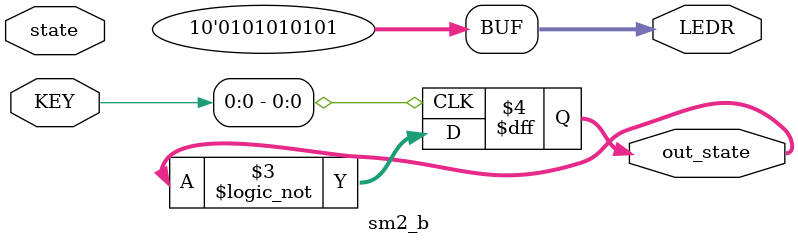
<source format=v>
module simple_machine_2(
	input						clk,
	input						reset,
	
	input				[1:0] KEY,
	output	reg	[9:0] LEDR,
	output	wire	[7:0] HEX0,
	output	wire	[7:0] HEX1
);

reg [3:0] state;

wire [9:0] a_ledr;
wire [3:0] a_new_state;
sm2_a a(state, KEY, a_new_state, a_ledr);

wire [9:0] b_ledr;
wire [3:0] b_new_state;
sm2_b b(state, KEY, b_new_state, b_ledr);

bcd_decoder bcd_a(a_new_state, 0, HEX0);
bcd_decoder bcd_b(b_new_state, 0, HEX1);

always @(posedge clk)
begin
	if (reset)
	begin
		state <= 0;
	end // if
	
	else
	begin
		case (state)
			0: begin
				state <= a_new_state;
			end
			1: begin
				state <= b_new_state;
			end
			default: begin
				state <= 0;
			end
			endcase
	end // else
end // always new_state

always @(state)
begin
	
	if (reset)
	begin
		LEDR <= 10'h3FF;
	end
	
	else
	begin
		case (state)
			0: begin
				LEDR <= a_ledr;
			end
			1: begin
				LEDR <= b_ledr;
			end
			
			default: begin
				LEDR <= 0;
			end
		endcase
	end
	
end // always state


endmodule

module sm2_a(
	input				[3:0] state,
	input				[1:0] KEY,
	output	reg	[3:0] out_state,
	output	reg	[9:0] LEDR
);

always @(state)
begin
//	if (state != 0)
//	begin
//		out_state <= 0;
//	end
	
//	else
//	begin
		LEDR <= 10'h2AA;
//		if (!KEY[0])
//		begin
//			out_state <= 1;
//		end
//		
//		else
//		begin
//			out_state <= 0;
//		end
//	end
end //always

always @(posedge KEY[0])
begin
	if (state == 0)
	begin
		out_state <= 1;
	end
	
	else 
	begin
		out_state <= 0;
	end
end

endmodule

module sm2_b(
	input				[3:0] state,
	input				[1:0] KEY,
	output	reg	[3:0] out_state,
	output	reg	[9:0] LEDR
);

always @(state)
begin
//	if (state != 1)
//	begin
//		out_state <= 1;
//	end
	
//	else
//	begin
		LEDR <= 10'h155;
//		if (!KEY[0])
//		begin
//			out_state <= 0;
//		end
//		
//		else
//		begin
//			out_state <= 1;
//		end
//	end
end //always

always @(posedge KEY[0])
begin
//	if (state == 1)
//	begin
//		out_state <= 0;
//	end
//	
//	else 
//	begin
//		out_state <= 1;
//	end
	out_state <= !out_state;
end

endmodule

</source>
